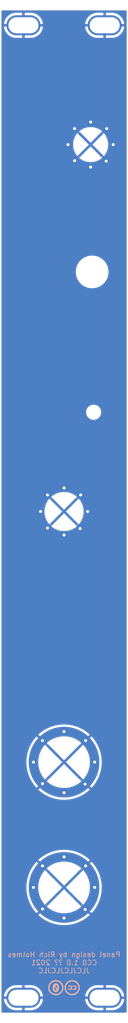
<source format=kicad_pcb>
(kicad_pcb (version 20221018) (generator pcbnew)
  (layers (0 "F.Cu" signal) (31 "B.Cu" signal) (34 "B.Paste" user) (35 "F.Paste" user) (36 "B.SilkS" user "B.Silkscreen") (37 "F.SilkS" user "F.Silkscreen") (38 "B.Mask" user) (39 "F.Mask" user) (44 "Edge.Cuts" user))
  (net 0 "")
  (net 1 "GND")
  (footprint "Kosmo_panel:Kosmo_Panel_Dual_Slotted_Mounting_Holes" (layer "F.Cu") (at 88.1 60.6 180)
    (fp_text reference "H8" hide)
    (fp_text value "Panel")
    (pad "1" thru_hole oval (at 1.4 -194 180) (size 6.8 4) (drill oval 6 3.2) (layers "*.Cu" "*.Mask") (net 1 "GND"))
    (pad "1" thru_hole oval (at 1.4 0 180) (size 6.8 4) (drill oval 6 3.2) (layers "*.Cu" "*.Mask") (net 1 "GND"))
  )
  (footprint "Kosmo_panel:Kosmo_Trimmer_Pot_Hole" (layer "F.Cu") (at 84.5 137.8)
    (fp_text reference "H6" hide)
    (fp_text value "Trimmer_Hole")
    (pad "" np_thru_hole circle (at 0 0) (size 2.5 2.5) (drill 2.5) (layers "*.Mask" "F.Cu"))
  )
  (footprint "Kosmo_panel:Kosmo_Switch_Hole" (layer "F.Cu") (at 83.9 84.4)
    (fp_text reference "H3" hide)
    (fp_text value "Switch_Hole")
    (fp_circle (center 0 0) (end 3.3 0) (stroke (width 0.05)) (fill none) (layer "Edge.Cuts"))
    (pad "1" smd custom (at -4.5 0) (size 0.5 0.5) (layers "F.Cu" "F.Paste" "F.Mask") (net 1 "GND") (options (clearance outline) (anchor circle)) (primitives (gr_circle (center 4.5 0) (end 9 0) (width 2) (fill none))))
    (pad "1" smd custom (at -4.5 0) (size 0.5 0.5) (layers "B.Cu" "B.Paste" "B.Mask") (net 1 "GND") (options (clearance outline) (anchor circle)) (primitives (gr_circle (center 4.5 0) (end 9 0) (width 2) (fill none))))
    (pad "1" thru_hole circle (at -4.5 0) (size 0.8 0.8) (drill 0.6) (layers "*.Mask" "F.Cu" "In1.Cu" "B.Cu") (net 1 "GND"))
    (pad "1" thru_hole circle (at -3.2 -3.2) (size 0.8 0.8) (drill 0.6) (layers "*.Mask" "F.Cu" "In1.Cu" "B.Cu") (net 1 "GND"))
    (pad "1" thru_hole circle (at -3.2 3.2) (size 0.8 0.8) (drill 0.6) (layers "*.Mask" "F.Cu" "In1.Cu" "B.Cu") (net 1 "GND"))
    (pad "1" thru_hole circle (at 0 -4.5) (size 0.8 0.8) (drill 0.6) (layers "*.Mask" "F.Cu" "In1.Cu" "B.Cu") (net 1 "GND"))
    (pad "1" thru_hole circle (at 0 4.5) (size 0.8 0.8) (drill 0.6) (layers "*.Mask" "F.Cu" "In1.Cu" "B.Cu") (net 1 "GND"))
    (pad "1" thru_hole circle (at 3.1 3.3) (size 0.8 0.8) (drill 0.6) (layers "*.Mask" "F.Cu" "In1.Cu" "B.Cu") (net 1 "GND"))
    (pad "1" thru_hole circle (at 3.2 -3.2) (size 0.8 0.8) (drill 0.6) (layers "*.Mask" "F.Cu" "In1.Cu" "B.Cu") (net 1 "GND"))
    (pad "1" thru_hole circle (at 4.5 0) (size 0.8 0.8) (drill 0.6) (layers "*.Mask" "F.Cu" "In1.Cu" "B.Cu") (net 1 "GND"))
  )
  (footprint "Kosmo_panel:Kosmo_Pot_Hole" (layer "F.Cu") (at 78.6 157.6)
    (fp_text reference "H4" hide)
    (fp_text value "Pot_Hole")
    (fp_circle (center 0 0) (end 3.7 0) (stroke (width 0.05)) (fill none) (layer "Edge.Cuts"))
    (pad "1" smd custom (at -4.7 0) (size 0.5 0.5) (layers "F.Cu" "F.Paste" "F.Mask") (net 1 "GND") (options (clearance outline) (anchor circle)) (primitives (gr_circle (center 4.7 0) (end 9.4 0) (width 1.6) (fill none))))
    (pad "1" smd custom (at -4.7 0) (size 0.5 0.5) (layers "B.Cu" "B.Paste" "B.Mask") (net 1 "GND") (options (clearance outline) (anchor circle)) (primitives (gr_circle (center 4.7 0) (end 9.4 0) (width 1.6) (fill none))))
    (pad "1" thru_hole circle (at -4.7 0) (size 0.8 0.8) (drill 0.6) (layers "*.Cu" "*.Mask") (net 1 "GND"))
    (pad "1" thru_hole circle (at -3.3 -3.3) (size 0.8 0.8) (drill 0.6) (layers "*.Cu" "*.Mask") (net 1 "GND"))
    (pad "1" thru_hole circle (at -3.3 3.3) (size 0.8 0.8) (drill 0.6) (layers "*.Cu" "*.Mask") (net 1 "GND"))
    (pad "1" thru_hole circle (at 0 -4.7) (size 0.8 0.8) (drill 0.6) (layers "*.Cu" "*.Mask") (net 1 "GND"))
    (pad "1" thru_hole circle (at 0 4.7) (size 0.8 0.8) (drill 0.6) (layers "*.Cu" "*.Mask") (net 1 "GND"))
    (pad "1" thru_hole circle (at 3.2 3.4) (size 0.8 0.8) (drill 0.6) (layers "*.Cu" "*.Mask") (net 1 "GND"))
    (pad "1" thru_hole circle (at 3.3 -3.3) (size 0.8 0.8) (drill 0.6) (layers "*.Cu" "*.Mask") (net 1 "GND"))
    (pad "1" thru_hole circle (at 4.7 0) (size 0.8 0.8) (drill 0.6) (layers "*.Cu" "*.Mask") (net 1 "GND"))
  )
  (footprint "Kosmo_panel:Kosmo_Jack_Hole" (layer "F.Cu") (at 78.6 207.6)
    (fp_text reference "H1" hide)
    (fp_text value "Jack_Hole")
    (fp_circle (center 0 0) (end 4.9 0) (stroke (width 0.05)) (fill none) (layer "Edge.Cuts"))
    (pad "1" smd custom (at -6.1 0) (size 0.5 0.5) (layers "F.Cu" "F.Paste" "F.Mask") (net 1 "GND") (options (clearance outline) (anchor circle)) (primitives (gr_circle (center 6.1 0) (end 12.2 0) (width 1.9) (fill none))))
    (pad "1" smd custom (at -6.1 0) (size 0.5 0.5) (layers "B.Cu" "B.Paste" "B.Mask") (net 1 "GND") (options (clearance outline) (anchor circle)) (primitives (gr_circle (center 6.1 0) (end 12.2 0) (width 1.9) (fill none))))
    (pad "1" thru_hole circle (at -6.1 0) (size 0.8 0.8) (drill 0.6) (layers "*.Cu" "*.Mask") (net 1 "GND"))
    (pad "1" thru_hole circle (at -4.3 -4.3) (size 0.8 0.8) (drill 0.6) (layers "*.Cu" "*.Mask") (net 1 "GND"))
    (pad "1" thru_hole circle (at -4.3 4.3) (size 0.8 0.8) (drill 0.6) (layers "*.Cu" "*.Mask") (net 1 "GND"))
    (pad "1" thru_hole circle (at 0 -6.1) (size 0.8 0.8) (drill 0.6) (layers "*.Cu" "*.Mask") (net 1 "GND"))
    (pad "1" thru_hole circle (at 0 6.1) (size 0.8 0.8) (drill 0.6) (layers "*.Cu" "*.Mask") (net 1 "GND"))
    (pad "1" thru_hole circle (at 4.2 4.4) (size 0.8 0.8) (drill 0.6) (layers "*.Cu" "*.Mask") (net 1 "GND"))
    (pad "1" thru_hole circle (at 4.3 -4.3) (size 0.8 0.8) (drill 0.6) (layers "*.Cu" "*.Mask") (net 1 "GND"))
    (pad "1" thru_hole circle (at 6.1 0) (size 0.8 0.8) (drill 0.6) (layers "*.Cu" "*.Mask") (net 1 "GND"))
  )
  (footprint "Kosmo_panel:Kosmo_Panel_Dual_Slotted_Mounting_Holes" (layer "F.Cu") (at 69.1 254.6)
    (fp_text reference "H5" hide)
    (fp_text value "Panel")
    (pad "1" thru_hole oval (at 1.4 -194) (size 6.8 4) (drill oval 6 3.2) (layers "*.Cu" "*.Mask") (net 1 "GND"))
    (pad "1" thru_hole oval (at 1.4 0) (size 6.8 4) (drill oval 6 3.2) (layers "*.Cu" "*.Mask") (net 1 "GND"))
  )
  (footprint "Kosmo_panel:Kosmo_LED_Hole" (layer "F.Cu") (at 84.2 109.8)
    (fp_text reference "H7" hide)
    (fp_text value "Led_Hole")
    (pad "" np_thru_hole circle (at 0 0) (size 5 5) (drill 5) (layers "F&B.Cu" "*.Mask"))
  )
  (footprint "Kosmo_panel:Kosmo_Jack_Hole" (layer "F.Cu") (at 78.6 232.6)
    (fp_text reference "H2" hide)
    (fp_text value "Jack_Hole")
    (fp_circle (center 0 0) (end 4.9 0) (stroke (width 0.05)) (fill none) (layer "Edge.Cuts"))
    (pad "1" smd custom (at -6.1 0) (size 0.5 0.5) (layers "F.Cu" "F.Paste" "F.Mask") (net 1 "GND") (options (clearance outline) (anchor circle)) (primitives (gr_circle (center 6.1 0) (end 12.2 0) (width 1.9) (fill none))))
    (pad "1" smd custom (at -6.1 0) (size 0.5 0.5) (layers "B.Cu" "B.Paste" "B.Mask") (net 1 "GND") (options (clearance outline) (anchor circle)) (primitives (gr_circle (center 6.1 0) (end 12.2 0) (width 1.9) (fill none))))
    (pad "1" thru_hole circle (at -6.1 0) (size 0.8 0.8) (drill 0.6) (layers "*.Cu" "*.Mask") (net 1 "GND"))
    (pad "1" thru_hole circle (at -4.3 -4.3) (size 0.8 0.8) (drill 0.6) (layers "*.Cu" "*.Mask") (net 1 "GND"))
    (pad "1" thru_hole circle (at -4.3 4.3) (size 0.8 0.8) (drill 0.6) (layers "*.Cu" "*.Mask") (net 1 "GND"))
    (pad "1" thru_hole circle (at 0 -6.1) (size 0.8 0.8) (drill 0.6) (layers "*.Cu" "*.Mask") (net 1 "GND"))
    (pad "1" thru_hole circle (at 0 6.1) (size 0.8 0.8) (drill 0.6) (layers "*.Cu" "*.Mask") (net 1 "GND"))
    (pad "1" thru_hole circle (at 4.2 4.4) (size 0.8 0.8) (drill 0.6) (layers "*.Cu" "*.Mask") (net 1 "GND"))
    (pad "1" thru_hole circle (at 4.3 -4.3) (size 0.8 0.8) (drill 0.6) (layers "*.Cu" "*.Mask") (net 1 "GND"))
    (pad "1" thru_hole circle (at 6.1 0) (size 0.8 0.8) (drill 0.6) (layers "*.Cu" "*.Mask") (net 1 "GND"))
  )
  (footprint "AO_tht:CC0_logo" (layer "B.Cu") (at 78.6 252.6 180)
    (fp_text reference "GRAF3" hide)
    (fp_text value "CC0 logo" hide)
    (fp_poly (pts (xy -1.885462 0.447357) (xy -1.80796 0.416229) (xy -1.734173 0.37) (xy -1.677964 0.318156) (xy -1.661191 0.293865) (xy -1.654405 0.269539) (xy -1.668257 0.247419) (xy -1.709064 0.219701) (xy -1.731679 0.206789) (xy -1.821809 0.156415) (xy -1.888507 0.214977) (xy -1.960737 0.261481) (xy -2.032889 0.270561) (xy -2.108372 0.245153) (xy -2.162338 0.200425) (xy -2.19441 0.131222) (xy -2.205949 0.03361) (xy -2.20416 -0.031687) (xy -2.197588 -0.10471) (xy -2.185977 -0.152001) (xy -2.164231 -0.186901) (xy -2.133179 -0.217499) (xy -2.057933 -0.264544) (xy -1.981404 -0.272549) (xy -1.903904 -0.241518) (xy -1.867775 -0.213928) (xy -1.799883 -0.154317) (xy -1.720557 -0.194786) (xy -1.673096 -0.222496) (xy -1.644755 -0.245796) (xy -1.641231 -0.252736) (xy -1.654834 -0.274078) (xy -1.690081 -0.311448) (xy -1.727998 -0.346592) (xy -1.841914 -0.423137) (xy -1.965441 -0.462801) (xy -2.094244 -0.464942) (xy -2.223988 -0.428916) (xy -2.238695 -0.422334) (xy -2.345027 -0.354034) (xy -2.420464 -0.262318) (xy -2.465242 -0.146736) (xy -2.479597 -0.006835) (xy -2.478269 0.035499) (xy -2.468911 0.125283) (xy -2.449251 0.195064) (xy -2.413931 0.263602) (xy -2.412411 0.266102) (xy -2.33328 0.360131) (xy -2.230981 0.425953) (xy -2.111332 0.461567) (xy -1.980151 0.46497) (xy -1.885462 0.447357)) (stroke (width 0.01)) (fill solid) (layer "B.SilkS"))
    (fp_poly (pts (xy -1.01024 0.448053) (xy -0.908378 0.40803) (xy -0.825953 0.349289) (xy -0.779557 0.289126) (xy -0.775227 0.265623) (xy -0.793686 0.241428) (xy -0.840859 0.209511) (xy -0.852388 0.202677) (xy -0.906758 0.17294) (xy -0.938765 0.163009) (xy -0.958361 0.17072) (xy -0.964922 0.178217) (xy -1.013678 0.224964) (xy -1.073913 0.260146) (xy -1.12689 0.273539) (xy -1.208245 0.256466) (xy -1.27031 0.207135) (xy -1.310986 0.128382) (xy -1.328177 0.023042) (xy -1.328616 0.000962) (xy -1.315565 -0.10452) (xy -1.279697 -0.187197) (xy -1.225937 -0.243996) (xy -1.159213 -0.271845) (xy -1.084451 -0.267673) (xy -1.006578 -0.228406) (xy -0.986663 -0.212275) (xy -0.916888 -0.151013) (xy -0.839444 -0.185935) (xy -0.79209 -0.212301) (xy -0.764706 -0.237249) (xy -0.762 -0.244709) (xy -0.777365 -0.276272) (xy -0.817095 -0.319399) (xy -0.871639 -0.366241) (xy -0.931448 -0.408947) (xy -0.986973 -0.43967) (xy -1.00907 -0.447792) (xy -1.148419 -0.468493) (xy -1.280352 -0.450937) (xy -1.363723 -0.418395) (xy -1.467214 -0.346141) (xy -1.542881 -0.248191) (xy -1.588536 -0.128345) (xy -1.602154 -0.004694) (xy -1.585124 0.126514) (xy -1.536905 0.245772) (xy -1.4618 0.345922) (xy -1.364117 0.419804) (xy -1.339475 0.432072) (xy -1.235087 0.462447) (xy -1.122242 0.466983) (xy -1.01024 0.448053)) (stroke (width 0.01)) (fill solid) (layer "B.SilkS"))
    (fp_poly (pts (xy 1.718811 0.866259) (xy 1.783433 0.858563) (xy 1.8415 0.840803) (xy 1.900438 0.814116) (xy 2.015396 0.738004) (xy 2.107653 0.63303) (xy 2.177998 0.497849) (xy 2.227221 0.331117) (xy 2.24543 0.226536) (xy 2.261732 0.072822) (xy 2.263518 -0.063482) (xy 2.250516 -0.201356) (xy 2.238221 -0.277732) (xy 2.1934 -0.451964) (xy 2.126711 -0.598191) (xy 2.039491 -0.714342) (xy 1.933076 -0.798346) (xy 1.887208 -0.821706) (xy 1.794059 -0.850276) (xy 1.681724 -0.866619) (xy 1.568671 -0.868967) (xy 1.490717 -0.859705) (xy 1.4154 -0.839781) (xy 1.353805 -0.811095) (xy 1.290906 -0.765485) (xy 1.247215 -0.727434) (xy 1.157059 -0.622255) (xy 1.089193 -0.48908) (xy 1.07861 -0.451694) (xy 1.484923 -0.451694) (xy 1.501634 -0.498731) (xy 1.545315 -0.530658) (xy 1.606292 -0.545931) (xy 1.674889 -0.543004) (xy 1.741429 -0.520334) (xy 1.774755 -0.497962) (xy 1.816901 -0.448793) (xy 1.854205 -0.382909) (xy 1.864849 -0.356308) (xy 1.88411 -0.277223) (xy 1.89875 -0.173359) (xy 1.907803 -0.058843) (xy 1.910303 0.052198) (xy 1.905284 0.145638) (xy 1.901108 0.174111) (xy 1.884973 0.260298) (xy 1.684948 -0.083738) (xy 1.624344 -0.189104) (xy 1.571119 -0.283798) (xy 1.52824 -0.362368) (xy 1.498669 -0.41936) (xy 1.485371 -0.449321) (xy 1.484923 -0.451694) (xy 1.07861 -0.451694) (xy 1.043164 -0.326483) (xy 1.01852 -0.133041) (xy 1.015195 -0.034984) (xy 1.361854 -0.034984) (xy 1.363815 -0.095716) (xy 1.365833 -0.141666) (xy 1.368582 -0.174212) (xy 1.374422 -0.190645) (xy 1.385712 -0.188254) (xy 1.404811 -0.16433) (xy 1.434079 -0.116164) (xy 1.475876 -0.041045) (xy 1.532562 0.063737) (xy 1.581079 0.153804) (xy 1.640141 0.264381) (xy 1.682165 0.346344) (xy 1.709345 0.405094) (xy 1.723875 0.446033) (xy 1.727947 0.474566) (xy 1.723754 0.496092) (xy 1.721855 0.500611) (xy 1.68592 0.536803) (xy 1.627827 0.547355) (xy 1.555436 0.531648) (xy 1.521317 0.516383) (xy 1.464215 0.465864) (xy 1.418724 0.381603) (xy 1.385837 0.267465) (xy 1.366549 0.127314) (xy 1.361854 -0.034984) (xy 1.015195 -0.034984) (xy 1.013762 0.007269) (xy 1.024688 0.220322) (xy 1.059279 0.402862) (xy 1.117786 0.555661) (xy 1.200462 0.679494) (xy 1.248508 0.728604) (xy 1.333991 0.795416) (xy 1.420481 0.837758) (xy 1.520566 0.860181) (xy 1.631461 0.867075) (xy 1.718811 0.866259)) (stroke (width 0.01)) (fill solid) (layer "B.SilkS"))
    (fp_poly (pts (xy 1.937449 1.488413) (xy 2.165128 1.427681) (xy 2.377239 1.336055) (xy 2.447398 1.296292) (xy 2.555932 1.219221) (xy 2.671208 1.118507) (xy 2.782641 1.004866) (xy 2.879647 0.889018) (xy 2.946112 0.791308) (xy 3.045923 0.585001) (xy 3.11415 0.364759) (xy 3.150694 0.136541) (xy 3.155457 -0.093698) (xy 3.12834 -0.32) (xy 3.069247 -0.536409) (xy 2.978077 -0.736967) (xy 2.971503 -0.748509) (xy 2.84694 -0.927855) (xy 2.691596 -1.091903) (xy 2.512465 -1.235367) (xy 2.316538 -1.352963) (xy 2.110807 -1.439403) (xy 2.023637 -1.465024) (xy 1.893912 -1.490687) (xy 1.748397 -1.507309) (xy 1.602282 -1.513928) (xy 1.470755 -1.509587) (xy 1.417299 -1.503333) (xy 1.177964 -1.446757) (xy 0.951186 -1.353934) (xy 0.741335 -1.2268) (xy 0.669682 -1.172122) (xy 0.498435 -1.00945) (xy 0.35804 -0.826151) (xy 0.249021 -0.626239) (xy 0.171902 -0.41373) (xy 0.127209 -0.192639) (xy 0.118984 -0.034606) (xy 0.380802 -0.034606) (xy 0.405936 -0.245751) (xy 0.467321 -0.45069) (xy 0.551733 -0.623249) (xy 0.614924 -0.713441) (xy 0.701005 -0.813314) (xy 0.799428 -0.912322) (xy 0.89965 -0.99992) (xy 0.991124 -1.065561) (xy 0.998443 -1.069958) (xy 1.196064 -1.164254) (xy 1.404843 -1.221992) (xy 1.620757 -1.242623) (xy 1.839786 -1.225598) (xy 1.956747 -1.200863) (xy 2.127697 -1.140458) (xy 2.297418 -1.051041) (xy 2.454712 -0.939843) (xy 2.588382 -0.814097) (xy 2.627915 -0.767478) (xy 2.745701 -0.589023) (xy 2.828533 -0.398686) (xy 2.877095 -0.20062) (xy 2.892068 0.001025) (xy 2.874137 0.202096) (xy 2.823983 0.398442) (xy 2.74229 0.585911) (xy 2.629741 0.760353) (xy 2.487017 0.917615) (xy 2.330082 1.043259) (xy 2.149405 1.143654) (xy 1.952948 1.211144) (xy 1.746545 1.245378) (xy 1.536028 1.246007) (xy 1.327231 1.212681) (xy 1.125987 1.14505) (xy 1.069661 1.118866) (xy 0.925853 1.029542) (xy 0.786385 0.909758) (xy 0.658542 0.768022) (xy 0.54961 0.61284) (xy 0.466877 0.452718) (xy 0.441544 0.385589) (xy 0.392483 0.177567) (xy 0.380802 -0.034606) (xy 0.118984 -0.034606) (xy 0.115464 0.033018) (xy 0.137192 0.259228) (xy 0.192918 0.481975) (xy 0.283167 0.697244) (xy 0.400416 0.889849) (xy 0.528616 1.042922) (xy 0.682877 1.183446) (xy 0.854449 1.305304) (xy 1.034582 1.402374) (xy 1.214524 1.46854) (xy 1.236086 1.474212) (xy 1.465421 1.512781) (xy 1.701711 1.517147) (xy 1.937449 1.488413)) (stroke (width 0.01)) (fill solid) (layer "B.SilkS"))
    (fp_poly (pts (xy -1.345762 1.496705) (xy -1.119275 1.439275) (xy -0.906042 1.349139) (xy -0.709636 1.228177) (xy -0.533628 1.078271) (xy -0.381589 0.901304) (xy -0.257089 0.699156) (xy -0.244249 0.673459) (xy -0.193712 0.562705) (xy -0.156951 0.461868) (xy -0.131999 0.360933) (xy -0.116892 0.249886) (xy -0.109665 0.118713) (xy -0.108257 -0.019538) (xy -0.109141 -0.139418) (xy -0.111786 -0.22955) (xy -0.117274 -0.299255) (xy -0.126685 -0.357855) (xy -0.141101 -0.414672) (xy -0.161488 -0.478692) (xy -0.25232 -0.689619) (xy -0.376092 -0.885212) (xy -0.528345 -1.061404) (xy -0.704617 -1.214128) (xy -0.90045 -1.339317) (xy -1.111382 -1.432904) (xy -1.253751 -1.474692) (xy -1.376333 -1.496312) (xy -1.517661 -1.509844) (xy -1.661804 -1.51454) (xy -1.792831 -1.50965) (xy -1.852036 -1.502835) (xy -2.065147 -1.451615) (xy -2.27496 -1.365903) (xy -2.472932 -1.249928) (xy -2.650519 -1.107922) (xy -2.651575 -1.106935) (xy -2.818861 -0.925473) (xy -2.952401 -0.726943) (xy -3.051194 -0.51425) (xy -3.114239 -0.290302) (xy -3.140535 -0.058003) (xy -3.137084 0.013629) (xy -2.862601 0.013629) (xy -2.860389 -0.11978) (xy -2.848612 -0.238052) (xy -2.834995 -0.302846) (xy -2.76038 -0.500843) (xy -2.653427 -0.685299) (xy -2.518836 -0.850554) (xy -2.361307 -0.990947) (xy -2.185539 -1.100816) (xy -2.16364 -1.111586) (xy -2.076119 -1.149895) (xy -1.986608 -1.18332) (xy -1.911196 -1.20599) (xy -1.895231 -1.209527) (xy -1.827822 -1.222939) (xy -1.771304 -1.234585) (xy -1.748692 -1.239505) (xy -1.699174 -1.244004) (xy -1.623233 -1.243264) (xy -1.533045 -1.238131) (xy -1.440787 -1.229448) (xy -1.358637 -1.218062) (xy -1.315852 -1.209472) (xy -1.145852 -1.152534) (xy -0.976986 -1.06724) (xy -0.819642 -0.960299) (xy -0.684202 -0.838415) (xy -0.614407 -0.756457) (xy -0.512259 -0.606814) (xy -0.439983 -0.465157) (xy -0.393839 -0.320154) (xy -0.370085 -0.160468) (xy -0.364724 0) (xy -0.366764 0.109115) (xy -0.372805 0.192678) (xy -0.384761 0.264156) (xy -0.404547 0.33702) (xy -0.418866 0.380813) (xy -0.509318 0.589261) (xy -0.630477 0.774366) (xy -0.780224 0.93399) (xy -0.956439 1.06599) (xy -1.157005 1.168227) (xy -1.223114 1.193304) (xy -1.334844 1.221816) (xy -1.470736 1.240097) (xy -1.617025 1.247316) (xy -1.759944 1.242644) (xy -1.853669 1.231343) (xy -2.041649 1.180435) (xy -2.221627 1.094685) (xy -2.389038 0.978174) (xy -2.539315 0.834985) (xy -2.667892 0.6692) (xy -2.770203 0.484902) (xy -2.815676 0.371231) (xy -2.839862 0.272479) (xy -2.855631 0.14883) (xy -2.862601 0.013629) (xy -3.137084 0.013629) (xy -3.12908 0.179741) (xy -3.118648 0.248748) (xy -3.060541 0.481714) (xy -2.970059 0.695081) (xy -2.845439 0.892109) (xy -2.684913 1.07606) (xy -2.655132 1.105115) (xy -2.474249 1.256065) (xy -2.283837 1.370769) (xy -2.078478 1.451842) (xy -1.852752 1.501896) (xy -1.824219 1.505919) (xy -1.581934 1.519547) (xy -1.345762 1.496705)) (stroke (width 0.01)) (fill solid) (layer "B.SilkS"))
  )
  (gr_line (start 66.1 257.6) (end 91.1 257.6) (stroke (width 0.1)) (layer "Edge.Cuts"))
  (gr_line (start 91.1 57.6) (end 66.1 57.6) (stroke (width 0.1)) (layer "Edge.Cuts"))
  (gr_line (start 91.1 257.6) (end 91.1 57.6) (stroke (width 0.1)) (layer "Edge.Cuts"))
  (gr_line (start 66.1 57.6) (end 66.1 257.6) (stroke (width 0.1)) (layer "Edge.Cuts"))
  (gr_text "Panel design by Rich Holmes\nCC0 1.0 ?? 2021\nJLCJLCJLCJLC" (at 78.6 247.6) (layer "B.SilkS") (effects (font (size 1 1)) (justify mirror)))
  (zone (net 1) (net_name "GND") (layers "F&B.Cu") (connect_pads (clearance 0.508)) (min_thickness 0.254) (fill yes (thermal_gap 0.508) (thermal_bridge_width 0.508))
    (polygon (pts (xy 91.1 257.6) (xy 66.1 257.6) (xy 66.1 57.6) (xy 91.1 57.6)))
  )
)
</source>
